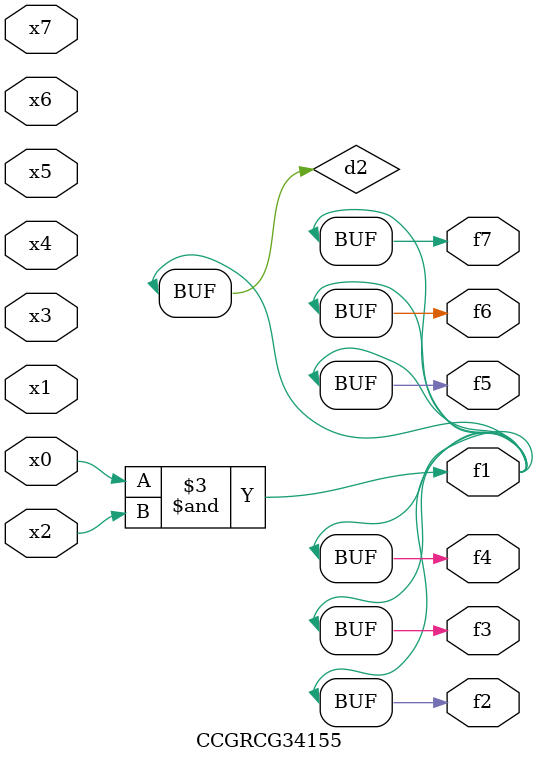
<source format=v>
module CCGRCG34155(
	input x0, x1, x2, x3, x4, x5, x6, x7,
	output f1, f2, f3, f4, f5, f6, f7
);

	wire d1, d2;

	nor (d1, x3, x6);
	and (d2, x0, x2);
	assign f1 = d2;
	assign f2 = d2;
	assign f3 = d2;
	assign f4 = d2;
	assign f5 = d2;
	assign f6 = d2;
	assign f7 = d2;
endmodule

</source>
